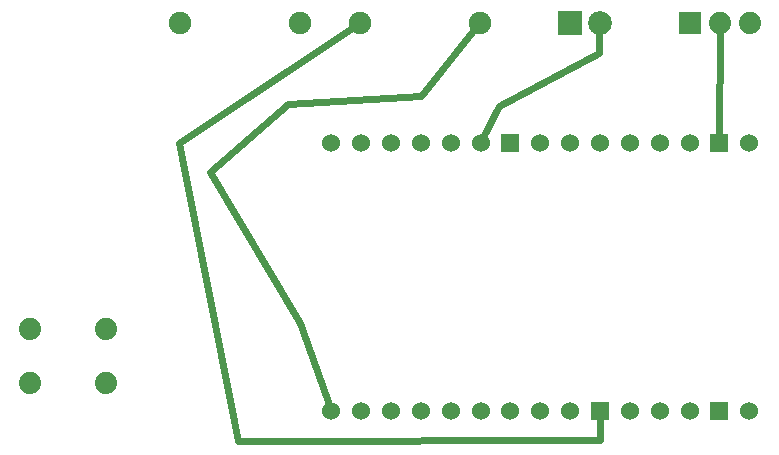
<source format=gbl>
G04 MADE WITH FRITZING*
G04 WWW.FRITZING.ORG*
G04 DOUBLE SIDED*
G04 HOLES PLATED*
G04 CONTOUR ON CENTER OF CONTOUR VECTOR*
%ASAXBY*%
%FSLAX23Y23*%
%MOIN*%
%OFA0B0*%
%SFA1.0B1.0*%
%ADD10C,0.060000*%
%ADD11C,0.074000*%
%ADD12C,0.079370*%
%ADD13C,0.075000*%
%ADD14R,0.060028X0.060014*%
%ADD15R,0.060028X0.060000*%
%ADD16R,0.074000X0.074000*%
%ADD17R,0.079370X0.079370*%
%ADD18C,0.024000*%
%LNCOPPER0*%
G90*
G70*
G54D10*
X2691Y186D03*
X2591Y186D03*
X2492Y186D03*
X2392Y186D03*
X2292Y186D03*
X2193Y186D03*
X2093Y186D03*
X1994Y186D03*
X1894Y186D03*
X1795Y186D03*
X1695Y186D03*
X1595Y186D03*
X1496Y186D03*
X1396Y186D03*
X1297Y186D03*
X1297Y1080D03*
X1396Y1080D03*
X1496Y1080D03*
X1595Y1080D03*
X1695Y1080D03*
X1795Y1080D03*
X1894Y1080D03*
X1994Y1080D03*
X2093Y1080D03*
X2193Y1080D03*
X2292Y1080D03*
X2392Y1080D03*
X2492Y1080D03*
X2591Y1080D03*
X2691Y1080D03*
G54D11*
X292Y458D03*
X548Y458D03*
X292Y280D03*
X548Y280D03*
X2492Y1480D03*
X2592Y1480D03*
X2692Y1480D03*
G54D12*
X2092Y1480D03*
X2192Y1480D03*
G54D13*
X1192Y1480D03*
X792Y1480D03*
X1392Y1480D03*
X1792Y1480D03*
G54D14*
X2591Y186D03*
X2193Y186D03*
G54D15*
X1894Y1080D03*
X2591Y1080D03*
G54D16*
X2492Y1480D03*
G54D17*
X2092Y1480D03*
G54D18*
X1192Y480D02*
X892Y981D01*
D02*
X1292Y199D02*
X1192Y480D01*
D02*
X892Y981D02*
X1153Y1209D01*
D02*
X1153Y1209D02*
X1596Y1237D01*
X1596Y1237D02*
X1781Y1466D01*
D02*
X2191Y1460D02*
X2191Y1378D01*
D02*
X2191Y1378D02*
X1857Y1203D01*
D02*
X1857Y1203D02*
X1801Y1093D01*
D02*
X2194Y90D02*
X987Y87D01*
D02*
X987Y87D02*
X791Y1080D01*
D02*
X791Y1080D02*
X1377Y1470D01*
D02*
X2193Y172D02*
X2194Y90D01*
D02*
X2592Y1460D02*
X2591Y1094D01*
G04 End of Copper0*
M02*
</source>
